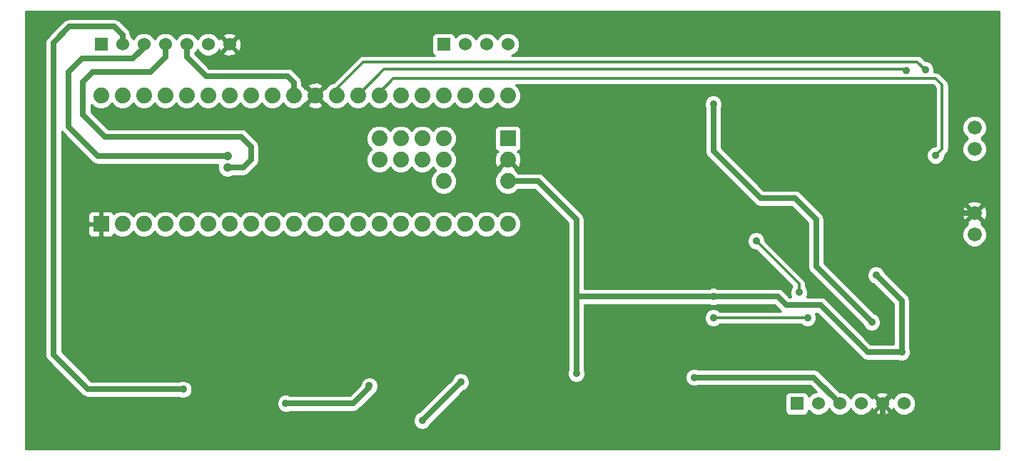
<source format=gbl>
G04 (created by PCBNEW (2013-may-18)-stable) date Thu 14 Nov 2013 05:27:43 PM CST*
%MOIN*%
G04 Gerber Fmt 3.4, Leading zero omitted, Abs format*
%FSLAX34Y34*%
G01*
G70*
G90*
G04 APERTURE LIST*
%ADD10C,0.00590551*%
%ADD11C,0.074*%
%ADD12R,0.074X0.074*%
%ADD13C,0.042*%
%ADD14R,0.06X0.06*%
%ADD15C,0.06*%
%ADD16C,0.066*%
%ADD17C,0.035*%
%ADD18C,0.011811*%
%ADD19C,0.0275591*%
%ADD20C,0.01*%
G04 APERTURE END LIST*
G54D10*
G54D11*
X68800Y-42200D03*
X69800Y-42200D03*
X70800Y-42200D03*
X71800Y-42200D03*
X72800Y-42200D03*
X73800Y-42200D03*
X74800Y-42200D03*
X75800Y-42200D03*
X76800Y-42200D03*
X77800Y-42200D03*
X78800Y-42200D03*
X79800Y-42200D03*
X80800Y-42200D03*
X81800Y-42200D03*
X82800Y-42200D03*
X83800Y-42200D03*
X84800Y-42200D03*
X85800Y-42200D03*
X86800Y-42200D03*
X87800Y-42200D03*
X87800Y-48200D03*
X86800Y-48200D03*
X85800Y-48200D03*
X84800Y-48200D03*
X83800Y-48200D03*
X82800Y-48200D03*
X81800Y-48200D03*
X80800Y-48200D03*
X79800Y-48200D03*
X78800Y-48200D03*
X77800Y-48200D03*
X76800Y-48200D03*
X75800Y-48200D03*
X74800Y-48200D03*
X73800Y-48200D03*
X72800Y-48200D03*
X71800Y-48200D03*
X70800Y-48200D03*
X69800Y-48200D03*
G54D12*
X68800Y-48200D03*
X87800Y-44200D03*
G54D11*
X87800Y-45200D03*
X87800Y-46200D03*
X84800Y-44200D03*
X83800Y-44200D03*
X82800Y-44200D03*
X81800Y-44200D03*
X81800Y-45200D03*
X82800Y-45200D03*
X83800Y-45200D03*
X84800Y-45200D03*
G54D13*
X74700Y-45560D03*
X74700Y-45040D03*
G54D11*
X84800Y-46200D03*
G54D14*
X101300Y-56600D03*
G54D15*
X102300Y-56600D03*
X103300Y-56600D03*
X104300Y-56600D03*
X105300Y-56600D03*
X106300Y-56600D03*
G54D16*
X109600Y-43700D03*
X109600Y-44700D03*
X109600Y-48700D03*
X109600Y-47700D03*
G54D14*
X84800Y-39800D03*
G54D15*
X85800Y-39800D03*
X86800Y-39800D03*
X87800Y-39800D03*
G54D14*
X68800Y-39800D03*
G54D15*
X69800Y-39800D03*
X70800Y-39800D03*
X71800Y-39800D03*
X72800Y-39800D03*
X73800Y-39800D03*
X74800Y-39800D03*
G54D17*
X106425Y-41025D03*
X107780Y-44990D03*
X107300Y-41000D03*
X97400Y-42600D03*
X104800Y-52800D03*
X101400Y-51400D03*
X99400Y-49000D03*
X72637Y-55944D03*
X105000Y-50600D03*
X106200Y-54200D03*
X97400Y-51600D03*
X91000Y-55200D03*
X85600Y-55600D03*
X83800Y-57400D03*
X81325Y-55775D03*
X77425Y-56600D03*
X96498Y-55382D03*
X101800Y-52600D03*
X97400Y-52600D03*
X103800Y-47600D03*
X107000Y-53000D03*
X103200Y-42400D03*
X91600Y-53200D03*
X107000Y-49800D03*
X99600Y-44600D03*
X99600Y-45600D03*
G54D18*
X80800Y-42200D02*
X82025Y-40975D01*
X106375Y-40975D02*
X106425Y-41025D01*
X82025Y-40975D02*
X106375Y-40975D01*
X107770Y-41400D02*
X107780Y-41400D01*
X108090Y-44680D02*
X107780Y-44990D01*
X108090Y-41710D02*
X108090Y-44680D01*
X107780Y-41400D02*
X108090Y-41710D01*
X81800Y-42200D02*
X81800Y-42050D01*
X82450Y-41400D02*
X107770Y-41400D01*
X107770Y-41400D02*
X107775Y-41400D01*
X81800Y-42050D02*
X82450Y-41400D01*
X79800Y-42200D02*
X79800Y-41875D01*
X106925Y-40625D02*
X107300Y-41000D01*
X81050Y-40625D02*
X106925Y-40625D01*
X79800Y-41875D02*
X81050Y-40625D01*
G54D19*
X70800Y-39800D02*
X70800Y-39948D01*
X68662Y-45040D02*
X74700Y-45040D01*
X67283Y-43661D02*
X68662Y-45040D01*
X67283Y-41102D02*
X67283Y-43661D01*
X67913Y-40472D02*
X67283Y-41102D01*
X70275Y-40472D02*
X67913Y-40472D01*
X70800Y-39948D02*
X70275Y-40472D01*
X74700Y-45560D02*
X75440Y-45560D01*
X71800Y-40404D02*
X71102Y-41102D01*
X71102Y-41102D02*
X68425Y-41102D01*
X68425Y-41102D02*
X67952Y-41574D01*
X67952Y-41574D02*
X67952Y-43110D01*
X67952Y-43110D02*
X68976Y-44133D01*
X68976Y-44133D02*
X71732Y-44133D01*
X71800Y-40404D02*
X71800Y-39800D01*
X75333Y-44133D02*
X71732Y-44133D01*
X75800Y-44600D02*
X75333Y-44133D01*
X75800Y-45200D02*
X75800Y-44600D01*
X75440Y-45560D02*
X75800Y-45200D01*
X72800Y-39800D02*
X72800Y-40400D01*
X77800Y-41600D02*
X77800Y-42200D01*
X77500Y-41300D02*
X77800Y-41600D01*
X73700Y-41300D02*
X77500Y-41300D01*
X72800Y-40400D02*
X73700Y-41300D01*
X97400Y-44800D02*
X97400Y-42600D01*
X99600Y-47000D02*
X97400Y-44800D01*
X101200Y-47000D02*
X99600Y-47000D01*
X102200Y-48000D02*
X101200Y-47000D01*
X102200Y-50200D02*
X102200Y-48000D01*
X104800Y-52800D02*
X102200Y-50200D01*
G54D18*
X101400Y-51000D02*
X101400Y-51400D01*
X99400Y-49000D02*
X101400Y-51000D01*
G54D19*
X69800Y-39366D02*
X69409Y-38976D01*
X69409Y-38976D02*
X67322Y-38976D01*
X67322Y-38976D02*
X66578Y-39720D01*
X66578Y-39720D02*
X66578Y-54334D01*
X66578Y-54334D02*
X68188Y-55944D01*
X68188Y-55944D02*
X72637Y-55944D01*
X69800Y-39366D02*
X69800Y-39800D01*
X106200Y-54200D02*
X106200Y-51800D01*
X106200Y-51800D02*
X105000Y-50600D01*
X97400Y-51600D02*
X100400Y-51600D01*
X104600Y-54200D02*
X106200Y-54200D01*
X102400Y-52000D02*
X104600Y-54200D01*
X100800Y-52000D02*
X102400Y-52000D01*
X100400Y-51600D02*
X100800Y-52000D01*
X91000Y-51600D02*
X97400Y-51600D01*
X89200Y-46200D02*
X87800Y-46200D01*
X91000Y-48000D02*
X89200Y-46200D01*
X91000Y-55200D02*
X91000Y-51600D01*
X91000Y-51600D02*
X91000Y-48000D01*
X83800Y-57400D02*
X85600Y-55600D01*
X81325Y-55850D02*
X81325Y-55775D01*
X80575Y-56600D02*
X81325Y-55850D01*
X77425Y-56600D02*
X80575Y-56600D01*
X96498Y-55382D02*
X102082Y-55382D01*
X102082Y-55382D02*
X103300Y-56600D01*
G54D18*
X97400Y-52600D02*
X101800Y-52600D01*
G54D19*
X107000Y-49800D02*
X107000Y-48600D01*
X106000Y-47600D02*
X103800Y-47600D01*
X107000Y-48600D02*
X106000Y-47600D01*
X107000Y-53000D02*
X108800Y-53000D01*
X109000Y-49800D02*
X107000Y-49800D01*
X109600Y-50400D02*
X109000Y-49800D01*
X109600Y-52200D02*
X109600Y-50400D01*
X108800Y-53000D02*
X109600Y-52200D01*
X107000Y-53000D02*
X107000Y-54900D01*
X107000Y-54900D02*
X105300Y-56600D01*
X99600Y-45000D02*
X100600Y-45000D01*
X100600Y-45000D02*
X103200Y-42400D01*
X91600Y-53200D02*
X91600Y-57600D01*
X91600Y-57600D02*
X92000Y-58000D01*
X92000Y-58000D02*
X104800Y-58000D01*
X104800Y-58000D02*
X105300Y-57500D01*
X105300Y-57500D02*
X105300Y-56600D01*
X107000Y-49800D02*
X107000Y-49200D01*
X107000Y-49200D02*
X108500Y-47700D01*
X108500Y-47700D02*
X109600Y-47700D01*
X99600Y-45600D02*
X99600Y-45000D01*
X99600Y-45000D02*
X99600Y-44600D01*
G54D10*
G36*
X110730Y-58730D02*
X110184Y-58730D01*
X110184Y-47788D01*
X110180Y-47689D01*
X110180Y-44585D01*
X110091Y-44371D01*
X109928Y-44208D01*
X109908Y-44200D01*
X109928Y-44191D01*
X110091Y-44028D01*
X110179Y-43815D01*
X110180Y-43585D01*
X110091Y-43371D01*
X109928Y-43208D01*
X109715Y-43120D01*
X109485Y-43119D01*
X109271Y-43208D01*
X109108Y-43371D01*
X109020Y-43584D01*
X109019Y-43814D01*
X109108Y-44028D01*
X109271Y-44191D01*
X109291Y-44199D01*
X109271Y-44208D01*
X109108Y-44371D01*
X109020Y-44584D01*
X109019Y-44814D01*
X109108Y-45028D01*
X109271Y-45191D01*
X109484Y-45279D01*
X109714Y-45280D01*
X109928Y-45191D01*
X110091Y-45028D01*
X110179Y-44815D01*
X110180Y-44585D01*
X110180Y-47689D01*
X110174Y-47558D01*
X110106Y-47394D01*
X110007Y-47363D01*
X109936Y-47433D01*
X109936Y-47292D01*
X109905Y-47193D01*
X109688Y-47115D01*
X109458Y-47125D01*
X109294Y-47193D01*
X109263Y-47292D01*
X109600Y-47629D01*
X109936Y-47292D01*
X109936Y-47433D01*
X109670Y-47700D01*
X110007Y-48036D01*
X110106Y-48005D01*
X110184Y-47788D01*
X110184Y-58730D01*
X110180Y-58730D01*
X110180Y-48585D01*
X110091Y-48371D01*
X109928Y-48208D01*
X109907Y-48199D01*
X109936Y-48107D01*
X109600Y-47770D01*
X109529Y-47841D01*
X109529Y-47700D01*
X109192Y-47363D01*
X109093Y-47394D01*
X109015Y-47611D01*
X109025Y-47841D01*
X109093Y-48005D01*
X109192Y-48036D01*
X109529Y-47700D01*
X109529Y-47841D01*
X109263Y-48107D01*
X109292Y-48199D01*
X109271Y-48208D01*
X109108Y-48371D01*
X109020Y-48584D01*
X109019Y-48814D01*
X109108Y-49028D01*
X109271Y-49191D01*
X109484Y-49279D01*
X109714Y-49280D01*
X109928Y-49191D01*
X110091Y-49028D01*
X110179Y-48815D01*
X110180Y-48585D01*
X110180Y-58730D01*
X108399Y-58730D01*
X108399Y-44680D01*
X108399Y-44680D01*
X108399Y-44680D01*
X108399Y-41710D01*
X108399Y-41709D01*
X108399Y-41709D01*
X108394Y-41686D01*
X108375Y-41591D01*
X108375Y-41591D01*
X108308Y-41491D01*
X108308Y-41491D01*
X107998Y-41181D01*
X107898Y-41114D01*
X107780Y-41090D01*
X107775Y-41090D01*
X107770Y-41090D01*
X107722Y-41090D01*
X107724Y-41084D01*
X107725Y-40915D01*
X107660Y-40759D01*
X107541Y-40639D01*
X107384Y-40575D01*
X107312Y-40575D01*
X107143Y-40406D01*
X107043Y-40339D01*
X106925Y-40315D01*
X87991Y-40315D01*
X88111Y-40266D01*
X88265Y-40111D01*
X88349Y-39909D01*
X88350Y-39691D01*
X88266Y-39488D01*
X88111Y-39334D01*
X87909Y-39250D01*
X87691Y-39249D01*
X87488Y-39333D01*
X87334Y-39488D01*
X87300Y-39569D01*
X87266Y-39488D01*
X87111Y-39334D01*
X86909Y-39250D01*
X86691Y-39249D01*
X86488Y-39333D01*
X86334Y-39488D01*
X86300Y-39569D01*
X86266Y-39488D01*
X86111Y-39334D01*
X85909Y-39250D01*
X85691Y-39249D01*
X85488Y-39333D01*
X85350Y-39472D01*
X85350Y-39450D01*
X85312Y-39358D01*
X85241Y-39288D01*
X85149Y-39250D01*
X85050Y-39249D01*
X84450Y-39249D01*
X84358Y-39287D01*
X84288Y-39358D01*
X84250Y-39450D01*
X84249Y-39549D01*
X84249Y-40149D01*
X84287Y-40241D01*
X84358Y-40311D01*
X84368Y-40315D01*
X81050Y-40315D01*
X80931Y-40339D01*
X80831Y-40406D01*
X79644Y-41593D01*
X79449Y-41674D01*
X79275Y-41847D01*
X79236Y-41834D01*
X79165Y-41904D01*
X79165Y-41763D01*
X79129Y-41660D01*
X78898Y-41575D01*
X78652Y-41585D01*
X78470Y-41660D01*
X78434Y-41763D01*
X78800Y-42129D01*
X79165Y-41763D01*
X79165Y-41904D01*
X78870Y-42200D01*
X79236Y-42565D01*
X79275Y-42552D01*
X79448Y-42725D01*
X79676Y-42819D01*
X79922Y-42820D01*
X80150Y-42725D01*
X80300Y-42576D01*
X80448Y-42725D01*
X80676Y-42819D01*
X80922Y-42820D01*
X81150Y-42725D01*
X81300Y-42576D01*
X81448Y-42725D01*
X81676Y-42819D01*
X81922Y-42820D01*
X82150Y-42725D01*
X82300Y-42576D01*
X82448Y-42725D01*
X82676Y-42819D01*
X82922Y-42820D01*
X83150Y-42725D01*
X83300Y-42576D01*
X83448Y-42725D01*
X83676Y-42819D01*
X83922Y-42820D01*
X84150Y-42725D01*
X84300Y-42576D01*
X84448Y-42725D01*
X84676Y-42819D01*
X84922Y-42820D01*
X85150Y-42725D01*
X85300Y-42576D01*
X85448Y-42725D01*
X85676Y-42819D01*
X85922Y-42820D01*
X86150Y-42725D01*
X86300Y-42576D01*
X86448Y-42725D01*
X86676Y-42819D01*
X86922Y-42820D01*
X87150Y-42725D01*
X87300Y-42576D01*
X87448Y-42725D01*
X87676Y-42819D01*
X87922Y-42820D01*
X88150Y-42725D01*
X88325Y-42551D01*
X88419Y-42323D01*
X88420Y-42077D01*
X88325Y-41849D01*
X88185Y-41709D01*
X107651Y-41709D01*
X107780Y-41838D01*
X107780Y-44551D01*
X107767Y-44564D01*
X107695Y-44564D01*
X107539Y-44629D01*
X107419Y-44748D01*
X107355Y-44905D01*
X107354Y-45074D01*
X107419Y-45230D01*
X107538Y-45350D01*
X107695Y-45414D01*
X107864Y-45415D01*
X108020Y-45350D01*
X108140Y-45231D01*
X108204Y-45074D01*
X108204Y-45002D01*
X108308Y-44898D01*
X108308Y-44898D01*
X108308Y-44898D01*
X108375Y-44798D01*
X108375Y-44798D01*
X108394Y-44703D01*
X108399Y-44680D01*
X108399Y-58730D01*
X106850Y-58730D01*
X106850Y-56491D01*
X106766Y-56288D01*
X106625Y-56147D01*
X106625Y-54115D01*
X106587Y-54025D01*
X106587Y-51800D01*
X106587Y-51799D01*
X106558Y-51651D01*
X106558Y-51651D01*
X106530Y-51609D01*
X106474Y-51525D01*
X106474Y-51525D01*
X105397Y-50449D01*
X105360Y-50359D01*
X105241Y-50239D01*
X105084Y-50175D01*
X104915Y-50174D01*
X104759Y-50239D01*
X104639Y-50358D01*
X104575Y-50515D01*
X104574Y-50684D01*
X104639Y-50840D01*
X104758Y-50960D01*
X104849Y-50997D01*
X105812Y-51960D01*
X105812Y-53812D01*
X105225Y-53812D01*
X105225Y-52715D01*
X105160Y-52559D01*
X105041Y-52439D01*
X104950Y-52402D01*
X102587Y-50039D01*
X102587Y-48000D01*
X102558Y-47851D01*
X102474Y-47725D01*
X101474Y-46725D01*
X101348Y-46641D01*
X101200Y-46612D01*
X99760Y-46612D01*
X97787Y-44639D01*
X97787Y-42774D01*
X97824Y-42684D01*
X97825Y-42515D01*
X97760Y-42359D01*
X97641Y-42239D01*
X97484Y-42175D01*
X97315Y-42174D01*
X97159Y-42239D01*
X97039Y-42358D01*
X96975Y-42515D01*
X96974Y-42684D01*
X97012Y-42774D01*
X97012Y-44800D01*
X97041Y-44948D01*
X97125Y-45074D01*
X99325Y-47274D01*
X99451Y-47358D01*
X99600Y-47387D01*
X101039Y-47387D01*
X101812Y-48160D01*
X101812Y-50200D01*
X101841Y-50348D01*
X101925Y-50474D01*
X104402Y-52950D01*
X104439Y-53040D01*
X104558Y-53160D01*
X104715Y-53224D01*
X104884Y-53225D01*
X105040Y-53160D01*
X105160Y-53041D01*
X105224Y-52884D01*
X105225Y-52715D01*
X105225Y-53812D01*
X104760Y-53812D01*
X102674Y-51725D01*
X102548Y-51641D01*
X102400Y-51612D01*
X101772Y-51612D01*
X101824Y-51484D01*
X101825Y-51315D01*
X101760Y-51159D01*
X101709Y-51108D01*
X101709Y-51000D01*
X101709Y-50999D01*
X101709Y-50999D01*
X101704Y-50976D01*
X101685Y-50881D01*
X101685Y-50881D01*
X101618Y-50781D01*
X101618Y-50781D01*
X99825Y-48987D01*
X99825Y-48915D01*
X99760Y-48759D01*
X99641Y-48639D01*
X99484Y-48575D01*
X99315Y-48574D01*
X99159Y-48639D01*
X99039Y-48758D01*
X98975Y-48915D01*
X98974Y-49084D01*
X99039Y-49240D01*
X99158Y-49360D01*
X99315Y-49424D01*
X99387Y-49424D01*
X101080Y-51117D01*
X101039Y-51158D01*
X100975Y-51315D01*
X100974Y-51484D01*
X101027Y-51612D01*
X100960Y-51612D01*
X100674Y-51325D01*
X100548Y-51241D01*
X100400Y-51212D01*
X97574Y-51212D01*
X97484Y-51175D01*
X97315Y-51174D01*
X97225Y-51212D01*
X91387Y-51212D01*
X91387Y-48000D01*
X91358Y-47851D01*
X91274Y-47725D01*
X89474Y-45925D01*
X89348Y-45841D01*
X89200Y-45812D01*
X88424Y-45812D01*
X88424Y-45298D01*
X88420Y-45188D01*
X88414Y-45052D01*
X88339Y-44870D01*
X88236Y-44834D01*
X88272Y-44798D01*
X88311Y-44782D01*
X88381Y-44711D01*
X88419Y-44619D01*
X88420Y-44520D01*
X88420Y-43780D01*
X88382Y-43688D01*
X88311Y-43618D01*
X88219Y-43580D01*
X88120Y-43579D01*
X87380Y-43579D01*
X87288Y-43617D01*
X87218Y-43688D01*
X87180Y-43780D01*
X87179Y-43879D01*
X87179Y-44619D01*
X87217Y-44711D01*
X87288Y-44781D01*
X87327Y-44798D01*
X87363Y-44834D01*
X87260Y-44870D01*
X87175Y-45101D01*
X87185Y-45347D01*
X87260Y-45529D01*
X87363Y-45565D01*
X87729Y-45200D01*
X87723Y-45194D01*
X87794Y-45123D01*
X87800Y-45129D01*
X87805Y-45123D01*
X87876Y-45194D01*
X87870Y-45200D01*
X88236Y-45565D01*
X88339Y-45529D01*
X88424Y-45298D01*
X88424Y-45812D01*
X88288Y-45812D01*
X88152Y-45675D01*
X88165Y-45636D01*
X87800Y-45270D01*
X87729Y-45341D01*
X87434Y-45636D01*
X87447Y-45675D01*
X87274Y-45848D01*
X87180Y-46076D01*
X87179Y-46322D01*
X87274Y-46550D01*
X87448Y-46725D01*
X87676Y-46819D01*
X87922Y-46820D01*
X88150Y-46725D01*
X88289Y-46587D01*
X89039Y-46587D01*
X90612Y-48160D01*
X90612Y-51600D01*
X90612Y-55025D01*
X90575Y-55115D01*
X90574Y-55284D01*
X90639Y-55440D01*
X90758Y-55560D01*
X90915Y-55624D01*
X91084Y-55625D01*
X91240Y-55560D01*
X91360Y-55441D01*
X91424Y-55284D01*
X91425Y-55115D01*
X91387Y-55025D01*
X91387Y-51987D01*
X97225Y-51987D01*
X97315Y-52024D01*
X97484Y-52025D01*
X97574Y-51987D01*
X100239Y-51987D01*
X100525Y-52274D01*
X100525Y-52274D01*
X100550Y-52290D01*
X97692Y-52290D01*
X97641Y-52239D01*
X97484Y-52175D01*
X97315Y-52174D01*
X97159Y-52239D01*
X97039Y-52358D01*
X96975Y-52515D01*
X96974Y-52684D01*
X97039Y-52840D01*
X97158Y-52960D01*
X97315Y-53024D01*
X97484Y-53025D01*
X97640Y-52960D01*
X97691Y-52909D01*
X101507Y-52909D01*
X101558Y-52960D01*
X101715Y-53024D01*
X101884Y-53025D01*
X102040Y-52960D01*
X102160Y-52841D01*
X102224Y-52684D01*
X102225Y-52515D01*
X102172Y-52387D01*
X102239Y-52387D01*
X104325Y-54474D01*
X104451Y-54558D01*
X104600Y-54587D01*
X106025Y-54587D01*
X106115Y-54624D01*
X106284Y-54625D01*
X106440Y-54560D01*
X106560Y-54441D01*
X106624Y-54284D01*
X106625Y-54115D01*
X106625Y-56147D01*
X106611Y-56134D01*
X106409Y-56050D01*
X106191Y-56049D01*
X105988Y-56133D01*
X105834Y-56288D01*
X105802Y-56363D01*
X105781Y-56312D01*
X105685Y-56284D01*
X105615Y-56355D01*
X105615Y-56214D01*
X105587Y-56118D01*
X105381Y-56045D01*
X105163Y-56056D01*
X105012Y-56118D01*
X104984Y-56214D01*
X105300Y-56529D01*
X105615Y-56214D01*
X105615Y-56355D01*
X105370Y-56600D01*
X105685Y-56915D01*
X105781Y-56887D01*
X105800Y-56832D01*
X105833Y-56911D01*
X105988Y-57065D01*
X106190Y-57149D01*
X106408Y-57150D01*
X106611Y-57066D01*
X106765Y-56911D01*
X106849Y-56709D01*
X106850Y-56491D01*
X106850Y-58730D01*
X105615Y-58730D01*
X105615Y-56985D01*
X105300Y-56670D01*
X105229Y-56741D01*
X105229Y-56600D01*
X104914Y-56284D01*
X104818Y-56312D01*
X104799Y-56367D01*
X104766Y-56288D01*
X104611Y-56134D01*
X104409Y-56050D01*
X104191Y-56049D01*
X103988Y-56133D01*
X103834Y-56288D01*
X103800Y-56369D01*
X103766Y-56288D01*
X103611Y-56134D01*
X103409Y-56050D01*
X103298Y-56049D01*
X102356Y-55107D01*
X102230Y-55023D01*
X102082Y-54994D01*
X96672Y-54994D01*
X96582Y-54957D01*
X96413Y-54956D01*
X96257Y-55021D01*
X96137Y-55140D01*
X96073Y-55297D01*
X96072Y-55466D01*
X96137Y-55622D01*
X96256Y-55742D01*
X96413Y-55806D01*
X96582Y-55807D01*
X96672Y-55769D01*
X101921Y-55769D01*
X102201Y-56049D01*
X102191Y-56049D01*
X101988Y-56133D01*
X101850Y-56272D01*
X101850Y-56250D01*
X101812Y-56158D01*
X101741Y-56088D01*
X101649Y-56050D01*
X101550Y-56049D01*
X100950Y-56049D01*
X100858Y-56087D01*
X100788Y-56158D01*
X100750Y-56250D01*
X100749Y-56349D01*
X100749Y-56949D01*
X100787Y-57041D01*
X100858Y-57111D01*
X100950Y-57149D01*
X101049Y-57150D01*
X101649Y-57150D01*
X101741Y-57112D01*
X101811Y-57041D01*
X101849Y-56949D01*
X101849Y-56927D01*
X101988Y-57065D01*
X102190Y-57149D01*
X102408Y-57150D01*
X102611Y-57066D01*
X102765Y-56911D01*
X102799Y-56830D01*
X102833Y-56911D01*
X102988Y-57065D01*
X103190Y-57149D01*
X103408Y-57150D01*
X103611Y-57066D01*
X103765Y-56911D01*
X103799Y-56830D01*
X103833Y-56911D01*
X103988Y-57065D01*
X104190Y-57149D01*
X104408Y-57150D01*
X104611Y-57066D01*
X104765Y-56911D01*
X104797Y-56836D01*
X104818Y-56887D01*
X104914Y-56915D01*
X105229Y-56600D01*
X105229Y-56741D01*
X104984Y-56985D01*
X105012Y-57081D01*
X105218Y-57154D01*
X105436Y-57143D01*
X105587Y-57081D01*
X105615Y-56985D01*
X105615Y-58730D01*
X88420Y-58730D01*
X88420Y-48077D01*
X88325Y-47849D01*
X88151Y-47674D01*
X87923Y-47580D01*
X87677Y-47579D01*
X87449Y-47674D01*
X87299Y-47823D01*
X87151Y-47674D01*
X86923Y-47580D01*
X86677Y-47579D01*
X86449Y-47674D01*
X86299Y-47823D01*
X86151Y-47674D01*
X85923Y-47580D01*
X85677Y-47579D01*
X85449Y-47674D01*
X85420Y-47703D01*
X85420Y-46077D01*
X85325Y-45849D01*
X85176Y-45699D01*
X85325Y-45551D01*
X85419Y-45323D01*
X85420Y-45077D01*
X85325Y-44849D01*
X85176Y-44699D01*
X85325Y-44551D01*
X85419Y-44323D01*
X85420Y-44077D01*
X85325Y-43849D01*
X85151Y-43674D01*
X84923Y-43580D01*
X84677Y-43579D01*
X84449Y-43674D01*
X84299Y-43823D01*
X84151Y-43674D01*
X83923Y-43580D01*
X83677Y-43579D01*
X83449Y-43674D01*
X83299Y-43823D01*
X83151Y-43674D01*
X82923Y-43580D01*
X82677Y-43579D01*
X82449Y-43674D01*
X82299Y-43823D01*
X82151Y-43674D01*
X81923Y-43580D01*
X81677Y-43579D01*
X81449Y-43674D01*
X81274Y-43848D01*
X81180Y-44076D01*
X81179Y-44322D01*
X81274Y-44550D01*
X81423Y-44700D01*
X81274Y-44848D01*
X81180Y-45076D01*
X81179Y-45322D01*
X81274Y-45550D01*
X81448Y-45725D01*
X81676Y-45819D01*
X81922Y-45820D01*
X82150Y-45725D01*
X82300Y-45576D01*
X82448Y-45725D01*
X82676Y-45819D01*
X82922Y-45820D01*
X83150Y-45725D01*
X83300Y-45576D01*
X83448Y-45725D01*
X83676Y-45819D01*
X83922Y-45820D01*
X84150Y-45725D01*
X84300Y-45576D01*
X84423Y-45700D01*
X84274Y-45848D01*
X84180Y-46076D01*
X84179Y-46322D01*
X84274Y-46550D01*
X84448Y-46725D01*
X84676Y-46819D01*
X84922Y-46820D01*
X85150Y-46725D01*
X85325Y-46551D01*
X85419Y-46323D01*
X85420Y-46077D01*
X85420Y-47703D01*
X85299Y-47823D01*
X85151Y-47674D01*
X84923Y-47580D01*
X84677Y-47579D01*
X84449Y-47674D01*
X84299Y-47823D01*
X84151Y-47674D01*
X83923Y-47580D01*
X83677Y-47579D01*
X83449Y-47674D01*
X83299Y-47823D01*
X83151Y-47674D01*
X82923Y-47580D01*
X82677Y-47579D01*
X82449Y-47674D01*
X82299Y-47823D01*
X82151Y-47674D01*
X81923Y-47580D01*
X81677Y-47579D01*
X81449Y-47674D01*
X81299Y-47823D01*
X81151Y-47674D01*
X80923Y-47580D01*
X80677Y-47579D01*
X80449Y-47674D01*
X80299Y-47823D01*
X80151Y-47674D01*
X79923Y-47580D01*
X79677Y-47579D01*
X79449Y-47674D01*
X79299Y-47823D01*
X79165Y-47688D01*
X79165Y-42636D01*
X78800Y-42270D01*
X78729Y-42341D01*
X78729Y-42200D01*
X78363Y-41834D01*
X78324Y-41847D01*
X78187Y-41710D01*
X78187Y-41600D01*
X78187Y-41599D01*
X78158Y-41451D01*
X78158Y-41451D01*
X78130Y-41409D01*
X78074Y-41325D01*
X78074Y-41325D01*
X77774Y-41025D01*
X77648Y-40941D01*
X77500Y-40912D01*
X75354Y-40912D01*
X75354Y-39881D01*
X75343Y-39663D01*
X75281Y-39512D01*
X75185Y-39484D01*
X75115Y-39555D01*
X75115Y-39414D01*
X75087Y-39318D01*
X74881Y-39245D01*
X74663Y-39256D01*
X74512Y-39318D01*
X74484Y-39414D01*
X74800Y-39729D01*
X75115Y-39414D01*
X75115Y-39555D01*
X74870Y-39800D01*
X75185Y-40115D01*
X75281Y-40087D01*
X75354Y-39881D01*
X75354Y-40912D01*
X75115Y-40912D01*
X75115Y-40185D01*
X74800Y-39870D01*
X74484Y-40185D01*
X74512Y-40281D01*
X74718Y-40354D01*
X74936Y-40343D01*
X75087Y-40281D01*
X75115Y-40185D01*
X75115Y-40912D01*
X73860Y-40912D01*
X73187Y-40239D01*
X73187Y-40190D01*
X73265Y-40111D01*
X73299Y-40030D01*
X73333Y-40111D01*
X73488Y-40265D01*
X73690Y-40349D01*
X73908Y-40350D01*
X74111Y-40266D01*
X74265Y-40111D01*
X74297Y-40036D01*
X74318Y-40087D01*
X74414Y-40115D01*
X74729Y-39800D01*
X74414Y-39484D01*
X74318Y-39512D01*
X74299Y-39567D01*
X74266Y-39488D01*
X74111Y-39334D01*
X73909Y-39250D01*
X73691Y-39249D01*
X73488Y-39333D01*
X73334Y-39488D01*
X73300Y-39569D01*
X73266Y-39488D01*
X73111Y-39334D01*
X72909Y-39250D01*
X72691Y-39249D01*
X72488Y-39333D01*
X72334Y-39488D01*
X72300Y-39569D01*
X72266Y-39488D01*
X72111Y-39334D01*
X71909Y-39250D01*
X71691Y-39249D01*
X71488Y-39333D01*
X71334Y-39488D01*
X71300Y-39569D01*
X71266Y-39488D01*
X71111Y-39334D01*
X70909Y-39250D01*
X70691Y-39249D01*
X70488Y-39333D01*
X70334Y-39488D01*
X70300Y-39569D01*
X70266Y-39488D01*
X70187Y-39409D01*
X70187Y-39366D01*
X70187Y-39366D01*
X70158Y-39218D01*
X70158Y-39218D01*
X70130Y-39176D01*
X70074Y-39092D01*
X70074Y-39092D01*
X69683Y-38702D01*
X69557Y-38618D01*
X69409Y-38588D01*
X67322Y-38588D01*
X67174Y-38618D01*
X67048Y-38702D01*
X66304Y-39446D01*
X66220Y-39572D01*
X66190Y-39720D01*
X66190Y-54334D01*
X66220Y-54482D01*
X66304Y-54608D01*
X67914Y-56219D01*
X67914Y-56219D01*
X67998Y-56275D01*
X68040Y-56303D01*
X68040Y-56303D01*
X68188Y-56332D01*
X68188Y-56332D01*
X72463Y-56332D01*
X72552Y-56369D01*
X72721Y-56369D01*
X72878Y-56305D01*
X72997Y-56185D01*
X73062Y-56029D01*
X73062Y-55860D01*
X72998Y-55704D01*
X72878Y-55584D01*
X72722Y-55519D01*
X72553Y-55519D01*
X72463Y-55557D01*
X68750Y-55557D01*
X68750Y-48757D01*
X68750Y-48250D01*
X68750Y-48150D01*
X68750Y-47642D01*
X68687Y-47580D01*
X68380Y-47579D01*
X68288Y-47617D01*
X68218Y-47688D01*
X68180Y-47780D01*
X68179Y-47879D01*
X68180Y-48087D01*
X68242Y-48150D01*
X68750Y-48150D01*
X68750Y-48250D01*
X68242Y-48250D01*
X68180Y-48312D01*
X68179Y-48520D01*
X68180Y-48619D01*
X68218Y-48711D01*
X68288Y-48782D01*
X68380Y-48820D01*
X68687Y-48820D01*
X68750Y-48757D01*
X68750Y-55557D01*
X68349Y-55557D01*
X66966Y-54173D01*
X66966Y-43871D01*
X67009Y-43935D01*
X68387Y-45314D01*
X68513Y-45398D01*
X68662Y-45427D01*
X74256Y-45427D01*
X74240Y-45468D01*
X74239Y-45651D01*
X74309Y-45820D01*
X74439Y-45949D01*
X74608Y-46019D01*
X74791Y-46020D01*
X74960Y-45950D01*
X74962Y-45947D01*
X75440Y-45947D01*
X75588Y-45918D01*
X75714Y-45834D01*
X76074Y-45474D01*
X76074Y-45474D01*
X76130Y-45390D01*
X76158Y-45348D01*
X76158Y-45348D01*
X76187Y-45200D01*
X76187Y-45200D01*
X76187Y-44600D01*
X76187Y-44599D01*
X76158Y-44451D01*
X76158Y-44451D01*
X76130Y-44409D01*
X76074Y-44325D01*
X76074Y-44325D01*
X75608Y-43859D01*
X75482Y-43775D01*
X75333Y-43746D01*
X71732Y-43746D01*
X69137Y-43746D01*
X68340Y-42949D01*
X68340Y-42617D01*
X68448Y-42725D01*
X68676Y-42819D01*
X68922Y-42820D01*
X69150Y-42725D01*
X69300Y-42576D01*
X69448Y-42725D01*
X69676Y-42819D01*
X69922Y-42820D01*
X70150Y-42725D01*
X70300Y-42576D01*
X70448Y-42725D01*
X70676Y-42819D01*
X70922Y-42820D01*
X71150Y-42725D01*
X71300Y-42576D01*
X71448Y-42725D01*
X71676Y-42819D01*
X71922Y-42820D01*
X72150Y-42725D01*
X72300Y-42576D01*
X72448Y-42725D01*
X72676Y-42819D01*
X72922Y-42820D01*
X73150Y-42725D01*
X73300Y-42576D01*
X73448Y-42725D01*
X73676Y-42819D01*
X73922Y-42820D01*
X74150Y-42725D01*
X74300Y-42576D01*
X74448Y-42725D01*
X74676Y-42819D01*
X74922Y-42820D01*
X75150Y-42725D01*
X75300Y-42576D01*
X75448Y-42725D01*
X75676Y-42819D01*
X75922Y-42820D01*
X76150Y-42725D01*
X76300Y-42576D01*
X76448Y-42725D01*
X76676Y-42819D01*
X76922Y-42820D01*
X77150Y-42725D01*
X77300Y-42576D01*
X77448Y-42725D01*
X77676Y-42819D01*
X77922Y-42820D01*
X78150Y-42725D01*
X78324Y-42552D01*
X78363Y-42565D01*
X78729Y-42200D01*
X78729Y-42341D01*
X78434Y-42636D01*
X78470Y-42739D01*
X78701Y-42824D01*
X78947Y-42814D01*
X79129Y-42739D01*
X79165Y-42636D01*
X79165Y-47688D01*
X79151Y-47674D01*
X78923Y-47580D01*
X78677Y-47579D01*
X78449Y-47674D01*
X78299Y-47823D01*
X78151Y-47674D01*
X77923Y-47580D01*
X77677Y-47579D01*
X77449Y-47674D01*
X77299Y-47823D01*
X77151Y-47674D01*
X76923Y-47580D01*
X76677Y-47579D01*
X76449Y-47674D01*
X76299Y-47823D01*
X76151Y-47674D01*
X75923Y-47580D01*
X75677Y-47579D01*
X75449Y-47674D01*
X75299Y-47823D01*
X75151Y-47674D01*
X74923Y-47580D01*
X74677Y-47579D01*
X74449Y-47674D01*
X74299Y-47823D01*
X74151Y-47674D01*
X73923Y-47580D01*
X73677Y-47579D01*
X73449Y-47674D01*
X73299Y-47823D01*
X73151Y-47674D01*
X72923Y-47580D01*
X72677Y-47579D01*
X72449Y-47674D01*
X72299Y-47823D01*
X72151Y-47674D01*
X71923Y-47580D01*
X71677Y-47579D01*
X71449Y-47674D01*
X71299Y-47823D01*
X71151Y-47674D01*
X70923Y-47580D01*
X70677Y-47579D01*
X70449Y-47674D01*
X70299Y-47823D01*
X70151Y-47674D01*
X69923Y-47580D01*
X69677Y-47579D01*
X69449Y-47674D01*
X69397Y-47725D01*
X69381Y-47688D01*
X69311Y-47617D01*
X69219Y-47579D01*
X68912Y-47580D01*
X68850Y-47642D01*
X68850Y-48150D01*
X68857Y-48150D01*
X68857Y-48250D01*
X68850Y-48250D01*
X68850Y-48757D01*
X68912Y-48820D01*
X69219Y-48820D01*
X69311Y-48782D01*
X69381Y-48711D01*
X69397Y-48674D01*
X69448Y-48725D01*
X69676Y-48819D01*
X69922Y-48820D01*
X70150Y-48725D01*
X70300Y-48576D01*
X70448Y-48725D01*
X70676Y-48819D01*
X70922Y-48820D01*
X71150Y-48725D01*
X71300Y-48576D01*
X71448Y-48725D01*
X71676Y-48819D01*
X71922Y-48820D01*
X72150Y-48725D01*
X72300Y-48576D01*
X72448Y-48725D01*
X72676Y-48819D01*
X72922Y-48820D01*
X73150Y-48725D01*
X73300Y-48576D01*
X73448Y-48725D01*
X73676Y-48819D01*
X73922Y-48820D01*
X74150Y-48725D01*
X74300Y-48576D01*
X74448Y-48725D01*
X74676Y-48819D01*
X74922Y-48820D01*
X75150Y-48725D01*
X75300Y-48576D01*
X75448Y-48725D01*
X75676Y-48819D01*
X75922Y-48820D01*
X76150Y-48725D01*
X76300Y-48576D01*
X76448Y-48725D01*
X76676Y-48819D01*
X76922Y-48820D01*
X77150Y-48725D01*
X77300Y-48576D01*
X77448Y-48725D01*
X77676Y-48819D01*
X77922Y-48820D01*
X78150Y-48725D01*
X78300Y-48576D01*
X78448Y-48725D01*
X78676Y-48819D01*
X78922Y-48820D01*
X79150Y-48725D01*
X79300Y-48576D01*
X79448Y-48725D01*
X79676Y-48819D01*
X79922Y-48820D01*
X80150Y-48725D01*
X80300Y-48576D01*
X80448Y-48725D01*
X80676Y-48819D01*
X80922Y-48820D01*
X81150Y-48725D01*
X81300Y-48576D01*
X81448Y-48725D01*
X81676Y-48819D01*
X81922Y-48820D01*
X82150Y-48725D01*
X82300Y-48576D01*
X82448Y-48725D01*
X82676Y-48819D01*
X82922Y-48820D01*
X83150Y-48725D01*
X83300Y-48576D01*
X83448Y-48725D01*
X83676Y-48819D01*
X83922Y-48820D01*
X84150Y-48725D01*
X84300Y-48576D01*
X84448Y-48725D01*
X84676Y-48819D01*
X84922Y-48820D01*
X85150Y-48725D01*
X85300Y-48576D01*
X85448Y-48725D01*
X85676Y-48819D01*
X85922Y-48820D01*
X86150Y-48725D01*
X86300Y-48576D01*
X86448Y-48725D01*
X86676Y-48819D01*
X86922Y-48820D01*
X87150Y-48725D01*
X87300Y-48576D01*
X87448Y-48725D01*
X87676Y-48819D01*
X87922Y-48820D01*
X88150Y-48725D01*
X88325Y-48551D01*
X88419Y-48323D01*
X88420Y-48077D01*
X88420Y-58730D01*
X86025Y-58730D01*
X86025Y-55515D01*
X85960Y-55359D01*
X85841Y-55239D01*
X85684Y-55175D01*
X85515Y-55174D01*
X85359Y-55239D01*
X85239Y-55358D01*
X85202Y-55449D01*
X83649Y-57002D01*
X83559Y-57039D01*
X83439Y-57158D01*
X83375Y-57315D01*
X83374Y-57484D01*
X83439Y-57640D01*
X83558Y-57760D01*
X83715Y-57824D01*
X83884Y-57825D01*
X84040Y-57760D01*
X84160Y-57641D01*
X84197Y-57550D01*
X85750Y-55997D01*
X85840Y-55960D01*
X85960Y-55841D01*
X86024Y-55684D01*
X86025Y-55515D01*
X86025Y-58730D01*
X81750Y-58730D01*
X81750Y-55690D01*
X81685Y-55534D01*
X81566Y-55414D01*
X81409Y-55350D01*
X81240Y-55349D01*
X81084Y-55414D01*
X80964Y-55533D01*
X80900Y-55690D01*
X80900Y-55726D01*
X80414Y-56212D01*
X77599Y-56212D01*
X77509Y-56175D01*
X77340Y-56174D01*
X77184Y-56239D01*
X77064Y-56358D01*
X77000Y-56515D01*
X76999Y-56684D01*
X77064Y-56840D01*
X77183Y-56960D01*
X77340Y-57024D01*
X77509Y-57025D01*
X77599Y-56987D01*
X80575Y-56987D01*
X80723Y-56958D01*
X80849Y-56874D01*
X81599Y-56124D01*
X81599Y-56124D01*
X81644Y-56056D01*
X81644Y-56056D01*
X81685Y-56016D01*
X81749Y-55859D01*
X81750Y-55690D01*
X81750Y-58730D01*
X65269Y-58730D01*
X65269Y-38269D01*
X110730Y-38269D01*
X110730Y-58730D01*
X110730Y-58730D01*
G37*
G54D20*
X110730Y-58730D02*
X110184Y-58730D01*
X110184Y-47788D01*
X110180Y-47689D01*
X110180Y-44585D01*
X110091Y-44371D01*
X109928Y-44208D01*
X109908Y-44200D01*
X109928Y-44191D01*
X110091Y-44028D01*
X110179Y-43815D01*
X110180Y-43585D01*
X110091Y-43371D01*
X109928Y-43208D01*
X109715Y-43120D01*
X109485Y-43119D01*
X109271Y-43208D01*
X109108Y-43371D01*
X109020Y-43584D01*
X109019Y-43814D01*
X109108Y-44028D01*
X109271Y-44191D01*
X109291Y-44199D01*
X109271Y-44208D01*
X109108Y-44371D01*
X109020Y-44584D01*
X109019Y-44814D01*
X109108Y-45028D01*
X109271Y-45191D01*
X109484Y-45279D01*
X109714Y-45280D01*
X109928Y-45191D01*
X110091Y-45028D01*
X110179Y-44815D01*
X110180Y-44585D01*
X110180Y-47689D01*
X110174Y-47558D01*
X110106Y-47394D01*
X110007Y-47363D01*
X109936Y-47433D01*
X109936Y-47292D01*
X109905Y-47193D01*
X109688Y-47115D01*
X109458Y-47125D01*
X109294Y-47193D01*
X109263Y-47292D01*
X109600Y-47629D01*
X109936Y-47292D01*
X109936Y-47433D01*
X109670Y-47700D01*
X110007Y-48036D01*
X110106Y-48005D01*
X110184Y-47788D01*
X110184Y-58730D01*
X110180Y-58730D01*
X110180Y-48585D01*
X110091Y-48371D01*
X109928Y-48208D01*
X109907Y-48199D01*
X109936Y-48107D01*
X109600Y-47770D01*
X109529Y-47841D01*
X109529Y-47700D01*
X109192Y-47363D01*
X109093Y-47394D01*
X109015Y-47611D01*
X109025Y-47841D01*
X109093Y-48005D01*
X109192Y-48036D01*
X109529Y-47700D01*
X109529Y-47841D01*
X109263Y-48107D01*
X109292Y-48199D01*
X109271Y-48208D01*
X109108Y-48371D01*
X109020Y-48584D01*
X109019Y-48814D01*
X109108Y-49028D01*
X109271Y-49191D01*
X109484Y-49279D01*
X109714Y-49280D01*
X109928Y-49191D01*
X110091Y-49028D01*
X110179Y-48815D01*
X110180Y-48585D01*
X110180Y-58730D01*
X108399Y-58730D01*
X108399Y-44680D01*
X108399Y-44680D01*
X108399Y-44680D01*
X108399Y-41710D01*
X108399Y-41709D01*
X108399Y-41709D01*
X108394Y-41686D01*
X108375Y-41591D01*
X108375Y-41591D01*
X108308Y-41491D01*
X108308Y-41491D01*
X107998Y-41181D01*
X107898Y-41114D01*
X107780Y-41090D01*
X107775Y-41090D01*
X107770Y-41090D01*
X107722Y-41090D01*
X107724Y-41084D01*
X107725Y-40915D01*
X107660Y-40759D01*
X107541Y-40639D01*
X107384Y-40575D01*
X107312Y-40575D01*
X107143Y-40406D01*
X107043Y-40339D01*
X106925Y-40315D01*
X87991Y-40315D01*
X88111Y-40266D01*
X88265Y-40111D01*
X88349Y-39909D01*
X88350Y-39691D01*
X88266Y-39488D01*
X88111Y-39334D01*
X87909Y-39250D01*
X87691Y-39249D01*
X87488Y-39333D01*
X87334Y-39488D01*
X87300Y-39569D01*
X87266Y-39488D01*
X87111Y-39334D01*
X86909Y-39250D01*
X86691Y-39249D01*
X86488Y-39333D01*
X86334Y-39488D01*
X86300Y-39569D01*
X86266Y-39488D01*
X86111Y-39334D01*
X85909Y-39250D01*
X85691Y-39249D01*
X85488Y-39333D01*
X85350Y-39472D01*
X85350Y-39450D01*
X85312Y-39358D01*
X85241Y-39288D01*
X85149Y-39250D01*
X85050Y-39249D01*
X84450Y-39249D01*
X84358Y-39287D01*
X84288Y-39358D01*
X84250Y-39450D01*
X84249Y-39549D01*
X84249Y-40149D01*
X84287Y-40241D01*
X84358Y-40311D01*
X84368Y-40315D01*
X81050Y-40315D01*
X80931Y-40339D01*
X80831Y-40406D01*
X79644Y-41593D01*
X79449Y-41674D01*
X79275Y-41847D01*
X79236Y-41834D01*
X79165Y-41904D01*
X79165Y-41763D01*
X79129Y-41660D01*
X78898Y-41575D01*
X78652Y-41585D01*
X78470Y-41660D01*
X78434Y-41763D01*
X78800Y-42129D01*
X79165Y-41763D01*
X79165Y-41904D01*
X78870Y-42200D01*
X79236Y-42565D01*
X79275Y-42552D01*
X79448Y-42725D01*
X79676Y-42819D01*
X79922Y-42820D01*
X80150Y-42725D01*
X80300Y-42576D01*
X80448Y-42725D01*
X80676Y-42819D01*
X80922Y-42820D01*
X81150Y-42725D01*
X81300Y-42576D01*
X81448Y-42725D01*
X81676Y-42819D01*
X81922Y-42820D01*
X82150Y-42725D01*
X82300Y-42576D01*
X82448Y-42725D01*
X82676Y-42819D01*
X82922Y-42820D01*
X83150Y-42725D01*
X83300Y-42576D01*
X83448Y-42725D01*
X83676Y-42819D01*
X83922Y-42820D01*
X84150Y-42725D01*
X84300Y-42576D01*
X84448Y-42725D01*
X84676Y-42819D01*
X84922Y-42820D01*
X85150Y-42725D01*
X85300Y-42576D01*
X85448Y-42725D01*
X85676Y-42819D01*
X85922Y-42820D01*
X86150Y-42725D01*
X86300Y-42576D01*
X86448Y-42725D01*
X86676Y-42819D01*
X86922Y-42820D01*
X87150Y-42725D01*
X87300Y-42576D01*
X87448Y-42725D01*
X87676Y-42819D01*
X87922Y-42820D01*
X88150Y-42725D01*
X88325Y-42551D01*
X88419Y-42323D01*
X88420Y-42077D01*
X88325Y-41849D01*
X88185Y-41709D01*
X107651Y-41709D01*
X107780Y-41838D01*
X107780Y-44551D01*
X107767Y-44564D01*
X107695Y-44564D01*
X107539Y-44629D01*
X107419Y-44748D01*
X107355Y-44905D01*
X107354Y-45074D01*
X107419Y-45230D01*
X107538Y-45350D01*
X107695Y-45414D01*
X107864Y-45415D01*
X108020Y-45350D01*
X108140Y-45231D01*
X108204Y-45074D01*
X108204Y-45002D01*
X108308Y-44898D01*
X108308Y-44898D01*
X108308Y-44898D01*
X108375Y-44798D01*
X108375Y-44798D01*
X108394Y-44703D01*
X108399Y-44680D01*
X108399Y-58730D01*
X106850Y-58730D01*
X106850Y-56491D01*
X106766Y-56288D01*
X106625Y-56147D01*
X106625Y-54115D01*
X106587Y-54025D01*
X106587Y-51800D01*
X106587Y-51799D01*
X106558Y-51651D01*
X106558Y-51651D01*
X106530Y-51609D01*
X106474Y-51525D01*
X106474Y-51525D01*
X105397Y-50449D01*
X105360Y-50359D01*
X105241Y-50239D01*
X105084Y-50175D01*
X104915Y-50174D01*
X104759Y-50239D01*
X104639Y-50358D01*
X104575Y-50515D01*
X104574Y-50684D01*
X104639Y-50840D01*
X104758Y-50960D01*
X104849Y-50997D01*
X105812Y-51960D01*
X105812Y-53812D01*
X105225Y-53812D01*
X105225Y-52715D01*
X105160Y-52559D01*
X105041Y-52439D01*
X104950Y-52402D01*
X102587Y-50039D01*
X102587Y-48000D01*
X102558Y-47851D01*
X102474Y-47725D01*
X101474Y-46725D01*
X101348Y-46641D01*
X101200Y-46612D01*
X99760Y-46612D01*
X97787Y-44639D01*
X97787Y-42774D01*
X97824Y-42684D01*
X97825Y-42515D01*
X97760Y-42359D01*
X97641Y-42239D01*
X97484Y-42175D01*
X97315Y-42174D01*
X97159Y-42239D01*
X97039Y-42358D01*
X96975Y-42515D01*
X96974Y-42684D01*
X97012Y-42774D01*
X97012Y-44800D01*
X97041Y-44948D01*
X97125Y-45074D01*
X99325Y-47274D01*
X99451Y-47358D01*
X99600Y-47387D01*
X101039Y-47387D01*
X101812Y-48160D01*
X101812Y-50200D01*
X101841Y-50348D01*
X101925Y-50474D01*
X104402Y-52950D01*
X104439Y-53040D01*
X104558Y-53160D01*
X104715Y-53224D01*
X104884Y-53225D01*
X105040Y-53160D01*
X105160Y-53041D01*
X105224Y-52884D01*
X105225Y-52715D01*
X105225Y-53812D01*
X104760Y-53812D01*
X102674Y-51725D01*
X102548Y-51641D01*
X102400Y-51612D01*
X101772Y-51612D01*
X101824Y-51484D01*
X101825Y-51315D01*
X101760Y-51159D01*
X101709Y-51108D01*
X101709Y-51000D01*
X101709Y-50999D01*
X101709Y-50999D01*
X101704Y-50976D01*
X101685Y-50881D01*
X101685Y-50881D01*
X101618Y-50781D01*
X101618Y-50781D01*
X99825Y-48987D01*
X99825Y-48915D01*
X99760Y-48759D01*
X99641Y-48639D01*
X99484Y-48575D01*
X99315Y-48574D01*
X99159Y-48639D01*
X99039Y-48758D01*
X98975Y-48915D01*
X98974Y-49084D01*
X99039Y-49240D01*
X99158Y-49360D01*
X99315Y-49424D01*
X99387Y-49424D01*
X101080Y-51117D01*
X101039Y-51158D01*
X100975Y-51315D01*
X100974Y-51484D01*
X101027Y-51612D01*
X100960Y-51612D01*
X100674Y-51325D01*
X100548Y-51241D01*
X100400Y-51212D01*
X97574Y-51212D01*
X97484Y-51175D01*
X97315Y-51174D01*
X97225Y-51212D01*
X91387Y-51212D01*
X91387Y-48000D01*
X91358Y-47851D01*
X91274Y-47725D01*
X89474Y-45925D01*
X89348Y-45841D01*
X89200Y-45812D01*
X88424Y-45812D01*
X88424Y-45298D01*
X88420Y-45188D01*
X88414Y-45052D01*
X88339Y-44870D01*
X88236Y-44834D01*
X88272Y-44798D01*
X88311Y-44782D01*
X88381Y-44711D01*
X88419Y-44619D01*
X88420Y-44520D01*
X88420Y-43780D01*
X88382Y-43688D01*
X88311Y-43618D01*
X88219Y-43580D01*
X88120Y-43579D01*
X87380Y-43579D01*
X87288Y-43617D01*
X87218Y-43688D01*
X87180Y-43780D01*
X87179Y-43879D01*
X87179Y-44619D01*
X87217Y-44711D01*
X87288Y-44781D01*
X87327Y-44798D01*
X87363Y-44834D01*
X87260Y-44870D01*
X87175Y-45101D01*
X87185Y-45347D01*
X87260Y-45529D01*
X87363Y-45565D01*
X87729Y-45200D01*
X87723Y-45194D01*
X87794Y-45123D01*
X87800Y-45129D01*
X87805Y-45123D01*
X87876Y-45194D01*
X87870Y-45200D01*
X88236Y-45565D01*
X88339Y-45529D01*
X88424Y-45298D01*
X88424Y-45812D01*
X88288Y-45812D01*
X88152Y-45675D01*
X88165Y-45636D01*
X87800Y-45270D01*
X87729Y-45341D01*
X87434Y-45636D01*
X87447Y-45675D01*
X87274Y-45848D01*
X87180Y-46076D01*
X87179Y-46322D01*
X87274Y-46550D01*
X87448Y-46725D01*
X87676Y-46819D01*
X87922Y-46820D01*
X88150Y-46725D01*
X88289Y-46587D01*
X89039Y-46587D01*
X90612Y-48160D01*
X90612Y-51600D01*
X90612Y-55025D01*
X90575Y-55115D01*
X90574Y-55284D01*
X90639Y-55440D01*
X90758Y-55560D01*
X90915Y-55624D01*
X91084Y-55625D01*
X91240Y-55560D01*
X91360Y-55441D01*
X91424Y-55284D01*
X91425Y-55115D01*
X91387Y-55025D01*
X91387Y-51987D01*
X97225Y-51987D01*
X97315Y-52024D01*
X97484Y-52025D01*
X97574Y-51987D01*
X100239Y-51987D01*
X100525Y-52274D01*
X100525Y-52274D01*
X100550Y-52290D01*
X97692Y-52290D01*
X97641Y-52239D01*
X97484Y-52175D01*
X97315Y-52174D01*
X97159Y-52239D01*
X97039Y-52358D01*
X96975Y-52515D01*
X96974Y-52684D01*
X97039Y-52840D01*
X97158Y-52960D01*
X97315Y-53024D01*
X97484Y-53025D01*
X97640Y-52960D01*
X97691Y-52909D01*
X101507Y-52909D01*
X101558Y-52960D01*
X101715Y-53024D01*
X101884Y-53025D01*
X102040Y-52960D01*
X102160Y-52841D01*
X102224Y-52684D01*
X102225Y-52515D01*
X102172Y-52387D01*
X102239Y-52387D01*
X104325Y-54474D01*
X104451Y-54558D01*
X104600Y-54587D01*
X106025Y-54587D01*
X106115Y-54624D01*
X106284Y-54625D01*
X106440Y-54560D01*
X106560Y-54441D01*
X106624Y-54284D01*
X106625Y-54115D01*
X106625Y-56147D01*
X106611Y-56134D01*
X106409Y-56050D01*
X106191Y-56049D01*
X105988Y-56133D01*
X105834Y-56288D01*
X105802Y-56363D01*
X105781Y-56312D01*
X105685Y-56284D01*
X105615Y-56355D01*
X105615Y-56214D01*
X105587Y-56118D01*
X105381Y-56045D01*
X105163Y-56056D01*
X105012Y-56118D01*
X104984Y-56214D01*
X105300Y-56529D01*
X105615Y-56214D01*
X105615Y-56355D01*
X105370Y-56600D01*
X105685Y-56915D01*
X105781Y-56887D01*
X105800Y-56832D01*
X105833Y-56911D01*
X105988Y-57065D01*
X106190Y-57149D01*
X106408Y-57150D01*
X106611Y-57066D01*
X106765Y-56911D01*
X106849Y-56709D01*
X106850Y-56491D01*
X106850Y-58730D01*
X105615Y-58730D01*
X105615Y-56985D01*
X105300Y-56670D01*
X105229Y-56741D01*
X105229Y-56600D01*
X104914Y-56284D01*
X104818Y-56312D01*
X104799Y-56367D01*
X104766Y-56288D01*
X104611Y-56134D01*
X104409Y-56050D01*
X104191Y-56049D01*
X103988Y-56133D01*
X103834Y-56288D01*
X103800Y-56369D01*
X103766Y-56288D01*
X103611Y-56134D01*
X103409Y-56050D01*
X103298Y-56049D01*
X102356Y-55107D01*
X102230Y-55023D01*
X102082Y-54994D01*
X96672Y-54994D01*
X96582Y-54957D01*
X96413Y-54956D01*
X96257Y-55021D01*
X96137Y-55140D01*
X96073Y-55297D01*
X96072Y-55466D01*
X96137Y-55622D01*
X96256Y-55742D01*
X96413Y-55806D01*
X96582Y-55807D01*
X96672Y-55769D01*
X101921Y-55769D01*
X102201Y-56049D01*
X102191Y-56049D01*
X101988Y-56133D01*
X101850Y-56272D01*
X101850Y-56250D01*
X101812Y-56158D01*
X101741Y-56088D01*
X101649Y-56050D01*
X101550Y-56049D01*
X100950Y-56049D01*
X100858Y-56087D01*
X100788Y-56158D01*
X100750Y-56250D01*
X100749Y-56349D01*
X100749Y-56949D01*
X100787Y-57041D01*
X100858Y-57111D01*
X100950Y-57149D01*
X101049Y-57150D01*
X101649Y-57150D01*
X101741Y-57112D01*
X101811Y-57041D01*
X101849Y-56949D01*
X101849Y-56927D01*
X101988Y-57065D01*
X102190Y-57149D01*
X102408Y-57150D01*
X102611Y-57066D01*
X102765Y-56911D01*
X102799Y-56830D01*
X102833Y-56911D01*
X102988Y-57065D01*
X103190Y-57149D01*
X103408Y-57150D01*
X103611Y-57066D01*
X103765Y-56911D01*
X103799Y-56830D01*
X103833Y-56911D01*
X103988Y-57065D01*
X104190Y-57149D01*
X104408Y-57150D01*
X104611Y-57066D01*
X104765Y-56911D01*
X104797Y-56836D01*
X104818Y-56887D01*
X104914Y-56915D01*
X105229Y-56600D01*
X105229Y-56741D01*
X104984Y-56985D01*
X105012Y-57081D01*
X105218Y-57154D01*
X105436Y-57143D01*
X105587Y-57081D01*
X105615Y-56985D01*
X105615Y-58730D01*
X88420Y-58730D01*
X88420Y-48077D01*
X88325Y-47849D01*
X88151Y-47674D01*
X87923Y-47580D01*
X87677Y-47579D01*
X87449Y-47674D01*
X87299Y-47823D01*
X87151Y-47674D01*
X86923Y-47580D01*
X86677Y-47579D01*
X86449Y-47674D01*
X86299Y-47823D01*
X86151Y-47674D01*
X85923Y-47580D01*
X85677Y-47579D01*
X85449Y-47674D01*
X85420Y-47703D01*
X85420Y-46077D01*
X85325Y-45849D01*
X85176Y-45699D01*
X85325Y-45551D01*
X85419Y-45323D01*
X85420Y-45077D01*
X85325Y-44849D01*
X85176Y-44699D01*
X85325Y-44551D01*
X85419Y-44323D01*
X85420Y-44077D01*
X85325Y-43849D01*
X85151Y-43674D01*
X84923Y-43580D01*
X84677Y-43579D01*
X84449Y-43674D01*
X84299Y-43823D01*
X84151Y-43674D01*
X83923Y-43580D01*
X83677Y-43579D01*
X83449Y-43674D01*
X83299Y-43823D01*
X83151Y-43674D01*
X82923Y-43580D01*
X82677Y-43579D01*
X82449Y-43674D01*
X82299Y-43823D01*
X82151Y-43674D01*
X81923Y-43580D01*
X81677Y-43579D01*
X81449Y-43674D01*
X81274Y-43848D01*
X81180Y-44076D01*
X81179Y-44322D01*
X81274Y-44550D01*
X81423Y-44700D01*
X81274Y-44848D01*
X81180Y-45076D01*
X81179Y-45322D01*
X81274Y-45550D01*
X81448Y-45725D01*
X81676Y-45819D01*
X81922Y-45820D01*
X82150Y-45725D01*
X82300Y-45576D01*
X82448Y-45725D01*
X82676Y-45819D01*
X82922Y-45820D01*
X83150Y-45725D01*
X83300Y-45576D01*
X83448Y-45725D01*
X83676Y-45819D01*
X83922Y-45820D01*
X84150Y-45725D01*
X84300Y-45576D01*
X84423Y-45700D01*
X84274Y-45848D01*
X84180Y-46076D01*
X84179Y-46322D01*
X84274Y-46550D01*
X84448Y-46725D01*
X84676Y-46819D01*
X84922Y-46820D01*
X85150Y-46725D01*
X85325Y-46551D01*
X85419Y-46323D01*
X85420Y-46077D01*
X85420Y-47703D01*
X85299Y-47823D01*
X85151Y-47674D01*
X84923Y-47580D01*
X84677Y-47579D01*
X84449Y-47674D01*
X84299Y-47823D01*
X84151Y-47674D01*
X83923Y-47580D01*
X83677Y-47579D01*
X83449Y-47674D01*
X83299Y-47823D01*
X83151Y-47674D01*
X82923Y-47580D01*
X82677Y-47579D01*
X82449Y-47674D01*
X82299Y-47823D01*
X82151Y-47674D01*
X81923Y-47580D01*
X81677Y-47579D01*
X81449Y-47674D01*
X81299Y-47823D01*
X81151Y-47674D01*
X80923Y-47580D01*
X80677Y-47579D01*
X80449Y-47674D01*
X80299Y-47823D01*
X80151Y-47674D01*
X79923Y-47580D01*
X79677Y-47579D01*
X79449Y-47674D01*
X79299Y-47823D01*
X79165Y-47688D01*
X79165Y-42636D01*
X78800Y-42270D01*
X78729Y-42341D01*
X78729Y-42200D01*
X78363Y-41834D01*
X78324Y-41847D01*
X78187Y-41710D01*
X78187Y-41600D01*
X78187Y-41599D01*
X78158Y-41451D01*
X78158Y-41451D01*
X78130Y-41409D01*
X78074Y-41325D01*
X78074Y-41325D01*
X77774Y-41025D01*
X77648Y-40941D01*
X77500Y-40912D01*
X75354Y-40912D01*
X75354Y-39881D01*
X75343Y-39663D01*
X75281Y-39512D01*
X75185Y-39484D01*
X75115Y-39555D01*
X75115Y-39414D01*
X75087Y-39318D01*
X74881Y-39245D01*
X74663Y-39256D01*
X74512Y-39318D01*
X74484Y-39414D01*
X74800Y-39729D01*
X75115Y-39414D01*
X75115Y-39555D01*
X74870Y-39800D01*
X75185Y-40115D01*
X75281Y-40087D01*
X75354Y-39881D01*
X75354Y-40912D01*
X75115Y-40912D01*
X75115Y-40185D01*
X74800Y-39870D01*
X74484Y-40185D01*
X74512Y-40281D01*
X74718Y-40354D01*
X74936Y-40343D01*
X75087Y-40281D01*
X75115Y-40185D01*
X75115Y-40912D01*
X73860Y-40912D01*
X73187Y-40239D01*
X73187Y-40190D01*
X73265Y-40111D01*
X73299Y-40030D01*
X73333Y-40111D01*
X73488Y-40265D01*
X73690Y-40349D01*
X73908Y-40350D01*
X74111Y-40266D01*
X74265Y-40111D01*
X74297Y-40036D01*
X74318Y-40087D01*
X74414Y-40115D01*
X74729Y-39800D01*
X74414Y-39484D01*
X74318Y-39512D01*
X74299Y-39567D01*
X74266Y-39488D01*
X74111Y-39334D01*
X73909Y-39250D01*
X73691Y-39249D01*
X73488Y-39333D01*
X73334Y-39488D01*
X73300Y-39569D01*
X73266Y-39488D01*
X73111Y-39334D01*
X72909Y-39250D01*
X72691Y-39249D01*
X72488Y-39333D01*
X72334Y-39488D01*
X72300Y-39569D01*
X72266Y-39488D01*
X72111Y-39334D01*
X71909Y-39250D01*
X71691Y-39249D01*
X71488Y-39333D01*
X71334Y-39488D01*
X71300Y-39569D01*
X71266Y-39488D01*
X71111Y-39334D01*
X70909Y-39250D01*
X70691Y-39249D01*
X70488Y-39333D01*
X70334Y-39488D01*
X70300Y-39569D01*
X70266Y-39488D01*
X70187Y-39409D01*
X70187Y-39366D01*
X70187Y-39366D01*
X70158Y-39218D01*
X70158Y-39218D01*
X70130Y-39176D01*
X70074Y-39092D01*
X70074Y-39092D01*
X69683Y-38702D01*
X69557Y-38618D01*
X69409Y-38588D01*
X67322Y-38588D01*
X67174Y-38618D01*
X67048Y-38702D01*
X66304Y-39446D01*
X66220Y-39572D01*
X66190Y-39720D01*
X66190Y-54334D01*
X66220Y-54482D01*
X66304Y-54608D01*
X67914Y-56219D01*
X67914Y-56219D01*
X67998Y-56275D01*
X68040Y-56303D01*
X68040Y-56303D01*
X68188Y-56332D01*
X68188Y-56332D01*
X72463Y-56332D01*
X72552Y-56369D01*
X72721Y-56369D01*
X72878Y-56305D01*
X72997Y-56185D01*
X73062Y-56029D01*
X73062Y-55860D01*
X72998Y-55704D01*
X72878Y-55584D01*
X72722Y-55519D01*
X72553Y-55519D01*
X72463Y-55557D01*
X68750Y-55557D01*
X68750Y-48757D01*
X68750Y-48250D01*
X68750Y-48150D01*
X68750Y-47642D01*
X68687Y-47580D01*
X68380Y-47579D01*
X68288Y-47617D01*
X68218Y-47688D01*
X68180Y-47780D01*
X68179Y-47879D01*
X68180Y-48087D01*
X68242Y-48150D01*
X68750Y-48150D01*
X68750Y-48250D01*
X68242Y-48250D01*
X68180Y-48312D01*
X68179Y-48520D01*
X68180Y-48619D01*
X68218Y-48711D01*
X68288Y-48782D01*
X68380Y-48820D01*
X68687Y-48820D01*
X68750Y-48757D01*
X68750Y-55557D01*
X68349Y-55557D01*
X66966Y-54173D01*
X66966Y-43871D01*
X67009Y-43935D01*
X68387Y-45314D01*
X68513Y-45398D01*
X68662Y-45427D01*
X74256Y-45427D01*
X74240Y-45468D01*
X74239Y-45651D01*
X74309Y-45820D01*
X74439Y-45949D01*
X74608Y-46019D01*
X74791Y-46020D01*
X74960Y-45950D01*
X74962Y-45947D01*
X75440Y-45947D01*
X75588Y-45918D01*
X75714Y-45834D01*
X76074Y-45474D01*
X76074Y-45474D01*
X76130Y-45390D01*
X76158Y-45348D01*
X76158Y-45348D01*
X76187Y-45200D01*
X76187Y-45200D01*
X76187Y-44600D01*
X76187Y-44599D01*
X76158Y-44451D01*
X76158Y-44451D01*
X76130Y-44409D01*
X76074Y-44325D01*
X76074Y-44325D01*
X75608Y-43859D01*
X75482Y-43775D01*
X75333Y-43746D01*
X71732Y-43746D01*
X69137Y-43746D01*
X68340Y-42949D01*
X68340Y-42617D01*
X68448Y-42725D01*
X68676Y-42819D01*
X68922Y-42820D01*
X69150Y-42725D01*
X69300Y-42576D01*
X69448Y-42725D01*
X69676Y-42819D01*
X69922Y-42820D01*
X70150Y-42725D01*
X70300Y-42576D01*
X70448Y-42725D01*
X70676Y-42819D01*
X70922Y-42820D01*
X71150Y-42725D01*
X71300Y-42576D01*
X71448Y-42725D01*
X71676Y-42819D01*
X71922Y-42820D01*
X72150Y-42725D01*
X72300Y-42576D01*
X72448Y-42725D01*
X72676Y-42819D01*
X72922Y-42820D01*
X73150Y-42725D01*
X73300Y-42576D01*
X73448Y-42725D01*
X73676Y-42819D01*
X73922Y-42820D01*
X74150Y-42725D01*
X74300Y-42576D01*
X74448Y-42725D01*
X74676Y-42819D01*
X74922Y-42820D01*
X75150Y-42725D01*
X75300Y-42576D01*
X75448Y-42725D01*
X75676Y-42819D01*
X75922Y-42820D01*
X76150Y-42725D01*
X76300Y-42576D01*
X76448Y-42725D01*
X76676Y-42819D01*
X76922Y-42820D01*
X77150Y-42725D01*
X77300Y-42576D01*
X77448Y-42725D01*
X77676Y-42819D01*
X77922Y-42820D01*
X78150Y-42725D01*
X78324Y-42552D01*
X78363Y-42565D01*
X78729Y-42200D01*
X78729Y-42341D01*
X78434Y-42636D01*
X78470Y-42739D01*
X78701Y-42824D01*
X78947Y-42814D01*
X79129Y-42739D01*
X79165Y-42636D01*
X79165Y-47688D01*
X79151Y-47674D01*
X78923Y-47580D01*
X78677Y-47579D01*
X78449Y-47674D01*
X78299Y-47823D01*
X78151Y-47674D01*
X77923Y-47580D01*
X77677Y-47579D01*
X77449Y-47674D01*
X77299Y-47823D01*
X77151Y-47674D01*
X76923Y-47580D01*
X76677Y-47579D01*
X76449Y-47674D01*
X76299Y-47823D01*
X76151Y-47674D01*
X75923Y-47580D01*
X75677Y-47579D01*
X75449Y-47674D01*
X75299Y-47823D01*
X75151Y-47674D01*
X74923Y-47580D01*
X74677Y-47579D01*
X74449Y-47674D01*
X74299Y-47823D01*
X74151Y-47674D01*
X73923Y-47580D01*
X73677Y-47579D01*
X73449Y-47674D01*
X73299Y-47823D01*
X73151Y-47674D01*
X72923Y-47580D01*
X72677Y-47579D01*
X72449Y-47674D01*
X72299Y-47823D01*
X72151Y-47674D01*
X71923Y-47580D01*
X71677Y-47579D01*
X71449Y-47674D01*
X71299Y-47823D01*
X71151Y-47674D01*
X70923Y-47580D01*
X70677Y-47579D01*
X70449Y-47674D01*
X70299Y-47823D01*
X70151Y-47674D01*
X69923Y-47580D01*
X69677Y-47579D01*
X69449Y-47674D01*
X69397Y-47725D01*
X69381Y-47688D01*
X69311Y-47617D01*
X69219Y-47579D01*
X68912Y-47580D01*
X68850Y-47642D01*
X68850Y-48150D01*
X68857Y-48150D01*
X68857Y-48250D01*
X68850Y-48250D01*
X68850Y-48757D01*
X68912Y-48820D01*
X69219Y-48820D01*
X69311Y-48782D01*
X69381Y-48711D01*
X69397Y-48674D01*
X69448Y-48725D01*
X69676Y-48819D01*
X69922Y-48820D01*
X70150Y-48725D01*
X70300Y-48576D01*
X70448Y-48725D01*
X70676Y-48819D01*
X70922Y-48820D01*
X71150Y-48725D01*
X71300Y-48576D01*
X71448Y-48725D01*
X71676Y-48819D01*
X71922Y-48820D01*
X72150Y-48725D01*
X72300Y-48576D01*
X72448Y-48725D01*
X72676Y-48819D01*
X72922Y-48820D01*
X73150Y-48725D01*
X73300Y-48576D01*
X73448Y-48725D01*
X73676Y-48819D01*
X73922Y-48820D01*
X74150Y-48725D01*
X74300Y-48576D01*
X74448Y-48725D01*
X74676Y-48819D01*
X74922Y-48820D01*
X75150Y-48725D01*
X75300Y-48576D01*
X75448Y-48725D01*
X75676Y-48819D01*
X75922Y-48820D01*
X76150Y-48725D01*
X76300Y-48576D01*
X76448Y-48725D01*
X76676Y-48819D01*
X76922Y-48820D01*
X77150Y-48725D01*
X77300Y-48576D01*
X77448Y-48725D01*
X77676Y-48819D01*
X77922Y-48820D01*
X78150Y-48725D01*
X78300Y-48576D01*
X78448Y-48725D01*
X78676Y-48819D01*
X78922Y-48820D01*
X79150Y-48725D01*
X79300Y-48576D01*
X79448Y-48725D01*
X79676Y-48819D01*
X79922Y-48820D01*
X80150Y-48725D01*
X80300Y-48576D01*
X80448Y-48725D01*
X80676Y-48819D01*
X80922Y-48820D01*
X81150Y-48725D01*
X81300Y-48576D01*
X81448Y-48725D01*
X81676Y-48819D01*
X81922Y-48820D01*
X82150Y-48725D01*
X82300Y-48576D01*
X82448Y-48725D01*
X82676Y-48819D01*
X82922Y-48820D01*
X83150Y-48725D01*
X83300Y-48576D01*
X83448Y-48725D01*
X83676Y-48819D01*
X83922Y-48820D01*
X84150Y-48725D01*
X84300Y-48576D01*
X84448Y-48725D01*
X84676Y-48819D01*
X84922Y-48820D01*
X85150Y-48725D01*
X85300Y-48576D01*
X85448Y-48725D01*
X85676Y-48819D01*
X85922Y-48820D01*
X86150Y-48725D01*
X86300Y-48576D01*
X86448Y-48725D01*
X86676Y-48819D01*
X86922Y-48820D01*
X87150Y-48725D01*
X87300Y-48576D01*
X87448Y-48725D01*
X87676Y-48819D01*
X87922Y-48820D01*
X88150Y-48725D01*
X88325Y-48551D01*
X88419Y-48323D01*
X88420Y-48077D01*
X88420Y-58730D01*
X86025Y-58730D01*
X86025Y-55515D01*
X85960Y-55359D01*
X85841Y-55239D01*
X85684Y-55175D01*
X85515Y-55174D01*
X85359Y-55239D01*
X85239Y-55358D01*
X85202Y-55449D01*
X83649Y-57002D01*
X83559Y-57039D01*
X83439Y-57158D01*
X83375Y-57315D01*
X83374Y-57484D01*
X83439Y-57640D01*
X83558Y-57760D01*
X83715Y-57824D01*
X83884Y-57825D01*
X84040Y-57760D01*
X84160Y-57641D01*
X84197Y-57550D01*
X85750Y-55997D01*
X85840Y-55960D01*
X85960Y-55841D01*
X86024Y-55684D01*
X86025Y-55515D01*
X86025Y-58730D01*
X81750Y-58730D01*
X81750Y-55690D01*
X81685Y-55534D01*
X81566Y-55414D01*
X81409Y-55350D01*
X81240Y-55349D01*
X81084Y-55414D01*
X80964Y-55533D01*
X80900Y-55690D01*
X80900Y-55726D01*
X80414Y-56212D01*
X77599Y-56212D01*
X77509Y-56175D01*
X77340Y-56174D01*
X77184Y-56239D01*
X77064Y-56358D01*
X77000Y-56515D01*
X76999Y-56684D01*
X77064Y-56840D01*
X77183Y-56960D01*
X77340Y-57024D01*
X77509Y-57025D01*
X77599Y-56987D01*
X80575Y-56987D01*
X80723Y-56958D01*
X80849Y-56874D01*
X81599Y-56124D01*
X81599Y-56124D01*
X81644Y-56056D01*
X81644Y-56056D01*
X81685Y-56016D01*
X81749Y-55859D01*
X81750Y-55690D01*
X81750Y-58730D01*
X65269Y-58730D01*
X65269Y-38269D01*
X110730Y-38269D01*
X110730Y-58730D01*
M02*

</source>
